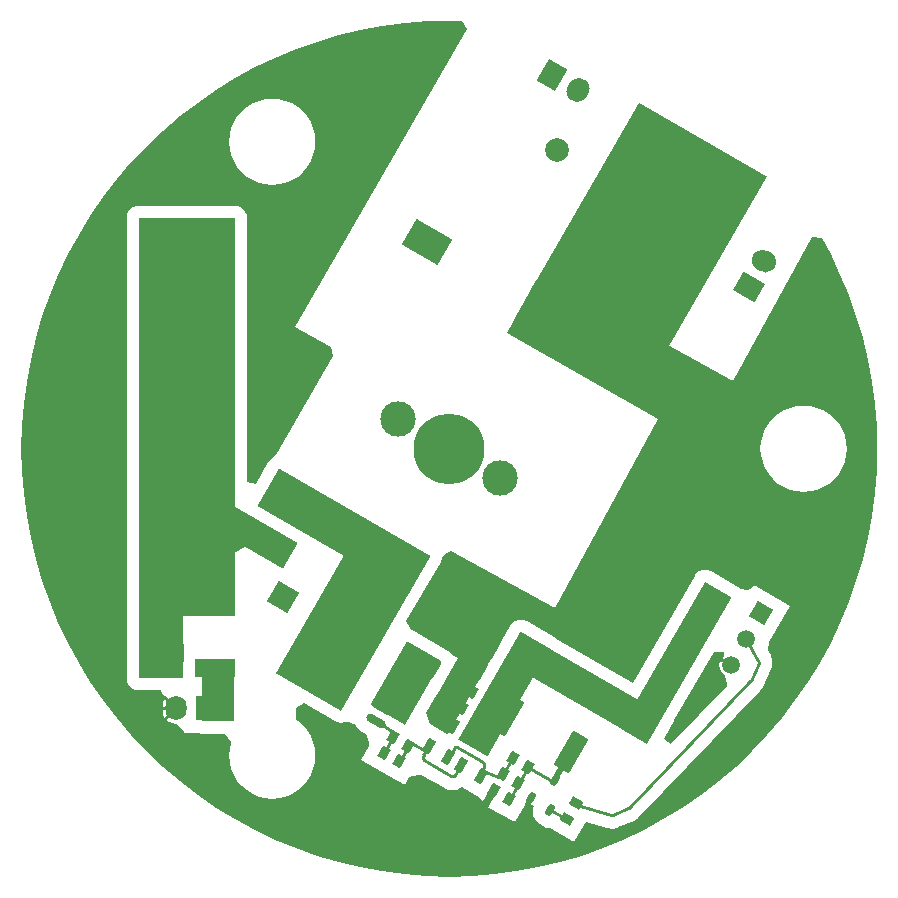
<source format=gbl>
G04*
G04 #@! TF.GenerationSoftware,Altium Limited,Altium Designer,21.1.1 (26)*
G04*
G04 Layer_Physical_Order=2*
G04 Layer_Color=16711680*
%FSLAX25Y25*%
%MOIN*%
G70*
G04*
G04 #@! TF.SameCoordinates,7E344F8E-89F9-4E97-97FE-234FB0D6FCC2*
G04*
G04*
G04 #@! TF.FilePolarity,Positive*
G04*
G01*
G75*
%ADD10C,0.01000*%
G04:AMPARAMS|DCode=21|XSize=29.53mil|YSize=39.37mil|CornerRadius=0mil|HoleSize=0mil|Usage=FLASHONLY|Rotation=150.000|XOffset=0mil|YOffset=0mil|HoleType=Round|Shape=Rectangle|*
%AMROTATEDRECTD21*
4,1,4,0.02263,0.00967,0.00294,-0.02443,-0.02263,-0.00967,-0.00294,0.02443,0.02263,0.00967,0.0*
%
%ADD21ROTATEDRECTD21*%

G04:AMPARAMS|DCode=22|XSize=131.89mil|YSize=59.06mil|CornerRadius=0mil|HoleSize=0mil|Usage=FLASHONLY|Rotation=330.000|XOffset=0mil|YOffset=0mil|HoleType=Round|Shape=Rectangle|*
%AMROTATEDRECTD22*
4,1,4,-0.07187,0.00740,-0.04235,0.05854,0.07187,-0.00740,0.04235,-0.05854,-0.07187,0.00740,0.0*
%
%ADD22ROTATEDRECTD22*%

G04:AMPARAMS|DCode=23|XSize=131.89mil|YSize=59.06mil|CornerRadius=0mil|HoleSize=0mil|Usage=FLASHONLY|Rotation=60.000|XOffset=0mil|YOffset=0mil|HoleType=Round|Shape=Rectangle|*
%AMROTATEDRECTD23*
4,1,4,-0.00740,-0.07187,-0.05854,-0.04235,0.00740,0.07187,0.05854,0.04235,-0.00740,-0.07187,0.0*
%
%ADD23ROTATEDRECTD23*%

G04:AMPARAMS|DCode=24|XSize=92.56mil|YSize=100.43mil|CornerRadius=23.14mil|HoleSize=0mil|Usage=FLASHONLY|Rotation=0.000|XOffset=0mil|YOffset=0mil|HoleType=Round|Shape=RoundedRectangle|*
%AMROUNDEDRECTD24*
21,1,0.09256,0.05415,0,0,0.0*
21,1,0.04628,0.10043,0,0,0.0*
1,1,0.04628,0.02314,-0.02708*
1,1,0.04628,-0.02314,-0.02708*
1,1,0.04628,-0.02314,0.02708*
1,1,0.04628,0.02314,0.02708*
%
%ADD24ROUNDEDRECTD24*%
G04:AMPARAMS|DCode=25|XSize=29.53mil|YSize=39.37mil|CornerRadius=0mil|HoleSize=0mil|Usage=FLASHONLY|Rotation=240.000|XOffset=0mil|YOffset=0mil|HoleType=Round|Shape=Rectangle|*
%AMROTATEDRECTD25*
4,1,4,-0.00967,0.02263,0.02443,0.00294,0.00967,-0.02263,-0.02443,-0.00294,-0.00967,0.02263,0.0*
%
%ADD25ROTATEDRECTD25*%

%ADD27R,0.13189X0.05906*%
%ADD62C,0.02000*%
G04:AMPARAMS|DCode=68|XSize=264.02mil|YSize=94.28mil|CornerRadius=0mil|HoleSize=0mil|Usage=FLASHONLY|Rotation=30.000|XOffset=0mil|YOffset=0mil|HoleType=Round|Shape=Rectangle|*
%AMROTATEDRECTD68*
4,1,4,-0.09075,-0.10683,-0.13789,-0.02518,0.09075,0.10683,0.13789,0.02518,-0.09075,-0.10683,0.0*
%
%ADD68ROTATEDRECTD68*%

%ADD70R,0.15000X0.21500*%
%ADD71R,0.32000X1.33000*%
G04:AMPARAMS|DCode=82|XSize=137.8mil|YSize=98.43mil|CornerRadius=0mil|HoleSize=0mil|Usage=FLASHONLY|Rotation=150.000|XOffset=0mil|YOffset=0mil|HoleType=Round|Shape=Rectangle|*
%AMROTATEDRECTD82*
4,1,4,0.08427,0.00817,0.03506,-0.07707,-0.08427,-0.00817,-0.03506,0.07707,0.08427,0.00817,0.0*
%
%ADD82ROTATEDRECTD82*%

%ADD83P,0.11136X4X195.0*%
%ADD84C,0.23622*%
%ADD85C,0.11811*%
%ADD86C,0.07874*%
%ADD87P,0.08352X4X285.0*%
%ADD88C,0.05906*%
G04:AMPARAMS|DCode=89|XSize=70.87mil|YSize=82.68mil|CornerRadius=0mil|HoleSize=0mil|Usage=FLASHONLY|Rotation=150.000|XOffset=0mil|YOffset=0mil|HoleType=Round|Shape=Round|*
%AMOVALD89*
21,1,0.01181,0.07087,0.00000,0.00000,240.0*
1,1,0.07087,0.00295,0.00511*
1,1,0.07087,-0.00295,-0.00511*
%
%ADD89OVALD89*%

G04:AMPARAMS|DCode=90|XSize=70.87mil|YSize=82.68mil|CornerRadius=0mil|HoleSize=0mil|Usage=FLASHONLY|Rotation=150.000|XOffset=0mil|YOffset=0mil|HoleType=Round|Shape=Rectangle|*
%AMROTATEDRECTD90*
4,1,4,0.05135,0.01808,0.01002,-0.05352,-0.05135,-0.01808,-0.01002,0.05352,0.05135,0.01808,0.0*
%
%ADD90ROTATEDRECTD90*%

G04:AMPARAMS|DCode=91|XSize=70.87mil|YSize=82.68mil|CornerRadius=0mil|HoleSize=0mil|Usage=FLASHONLY|Rotation=60.000|XOffset=0mil|YOffset=0mil|HoleType=Round|Shape=Round|*
%AMOVALD91*
21,1,0.01181,0.07087,0.00000,0.00000,150.0*
1,1,0.07087,0.00511,-0.00295*
1,1,0.07087,-0.00511,0.00295*
%
%ADD91OVALD91*%

G04:AMPARAMS|DCode=92|XSize=70.87mil|YSize=82.68mil|CornerRadius=0mil|HoleSize=0mil|Usage=FLASHONLY|Rotation=60.000|XOffset=0mil|YOffset=0mil|HoleType=Round|Shape=Rectangle|*
%AMROTATEDRECTD92*
4,1,4,0.01808,-0.05135,-0.05352,-0.01002,-0.01808,0.05135,0.05352,0.01002,0.01808,-0.05135,0.0*
%
%ADD92ROTATEDRECTD92*%

%ADD93O,0.07087X0.08268*%
%ADD94R,0.07087X0.08268*%
%ADD95C,0.02362*%
G04:AMPARAMS|DCode=96|XSize=27.56mil|YSize=49.21mil|CornerRadius=0mil|HoleSize=0mil|Usage=FLASHONLY|Rotation=330.000|XOffset=0mil|YOffset=0mil|HoleType=Round|Shape=Rectangle|*
%AMROTATEDRECTD96*
4,1,4,-0.02424,-0.01442,0.00037,0.02820,0.02424,0.01442,-0.00037,-0.02820,-0.02424,-0.01442,0.0*
%
%ADD96ROTATEDRECTD96*%

G04:AMPARAMS|DCode=97|XSize=37.4mil|YSize=57.09mil|CornerRadius=0mil|HoleSize=0mil|Usage=FLASHONLY|Rotation=330.000|XOffset=0mil|YOffset=0mil|HoleType=Round|Shape=Rectangle|*
%AMROTATEDRECTD97*
4,1,4,-0.03047,-0.01537,-0.00192,0.03407,0.03047,0.01537,0.00192,-0.03407,-0.03047,-0.01537,0.0*
%
%ADD97ROTATEDRECTD97*%

G04:AMPARAMS|DCode=98|XSize=23.62mil|YSize=39.37mil|CornerRadius=5.91mil|HoleSize=0mil|Usage=FLASHONLY|Rotation=330.000|XOffset=0mil|YOffset=0mil|HoleType=Round|Shape=RoundedRectangle|*
%AMROUNDEDRECTD98*
21,1,0.02362,0.02756,0,0,330.0*
21,1,0.01181,0.03937,0,0,330.0*
1,1,0.01181,-0.00178,-0.01489*
1,1,0.01181,-0.01200,-0.00898*
1,1,0.01181,0.00178,0.01489*
1,1,0.01181,0.01200,0.00898*
%
%ADD98ROUNDEDRECTD98*%
G04:AMPARAMS|DCode=99|XSize=27.56mil|YSize=70.87mil|CornerRadius=0mil|HoleSize=0mil|Usage=FLASHONLY|Rotation=60.000|XOffset=0mil|YOffset=0mil|HoleType=Round|Shape=Round|*
%AMOVALD99*
21,1,0.04331,0.02756,0.00000,0.00000,150.0*
1,1,0.02756,0.01875,-0.01083*
1,1,0.02756,-0.01875,0.01083*
%
%ADD99OVALD99*%

G04:AMPARAMS|DCode=100|XSize=25mil|YSize=75mil|CornerRadius=0mil|HoleSize=0mil|Usage=FLASHONLY|Rotation=150.000|XOffset=0mil|YOffset=0mil|HoleType=Round|Shape=Rectangle|*
%AMROTATEDRECTD100*
4,1,4,0.02958,0.02623,-0.00793,-0.03873,-0.02958,-0.02623,0.00793,0.03873,0.02958,0.02623,0.0*
%
%ADD100ROTATEDRECTD100*%

%ADD101R,0.11000X0.20500*%
G04:AMPARAMS|DCode=102|XSize=415.33mil|YSize=112.27mil|CornerRadius=0mil|HoleSize=0mil|Usage=FLASHONLY|Rotation=60.000|XOffset=0mil|YOffset=0mil|HoleType=Round|Shape=Rectangle|*
%AMROTATEDRECTD102*
4,1,4,-0.05522,-0.20791,-0.15245,-0.15178,0.05522,0.20791,0.15245,0.15178,-0.05522,-0.20791,0.0*
%
%ADD102ROTATEDRECTD102*%

G04:AMPARAMS|DCode=103|XSize=477.49mil|YSize=111.06mil|CornerRadius=0mil|HoleSize=0mil|Usage=FLASHONLY|Rotation=150.000|XOffset=0mil|YOffset=0mil|HoleType=Round|Shape=Rectangle|*
%AMROTATEDRECTD103*
4,1,4,0.23452,-0.07128,0.17899,-0.16746,-0.23452,0.07128,-0.17899,0.16746,0.23452,-0.07128,0.0*
%
%ADD103ROTATEDRECTD103*%

G04:AMPARAMS|DCode=104|XSize=564.27mil|YSize=101.91mil|CornerRadius=0mil|HoleSize=0mil|Usage=FLASHONLY|Rotation=60.000|XOffset=0mil|YOffset=0mil|HoleType=Round|Shape=Rectangle|*
%AMROTATEDRECTD104*
4,1,4,-0.09694,-0.26981,-0.18520,-0.21886,0.09694,0.26981,0.18520,0.21886,-0.09694,-0.26981,0.0*
%
%ADD104ROTATEDRECTD104*%

G04:AMPARAMS|DCode=105|XSize=264.02mil|YSize=98.61mil|CornerRadius=0mil|HoleSize=0mil|Usage=FLASHONLY|Rotation=150.000|XOffset=0mil|YOffset=0mil|HoleType=Round|Shape=Rectangle|*
%AMROTATEDRECTD105*
4,1,4,0.13898,-0.02330,0.08967,-0.10871,-0.13898,0.02330,-0.08967,0.10871,0.13898,-0.02330,0.0*
%
%ADD105ROTATEDRECTD105*%

G04:AMPARAMS|DCode=106|XSize=583.19mil|YSize=143.92mil|CornerRadius=0mil|HoleSize=0mil|Usage=FLASHONLY|Rotation=150.000|XOffset=0mil|YOffset=0mil|HoleType=Round|Shape=Rectangle|*
%AMROTATEDRECTD106*
4,1,4,0.28851,-0.08348,0.21655,-0.20812,-0.28851,0.08348,-0.21655,0.20812,0.28851,-0.08348,0.0*
%
%ADD106ROTATEDRECTD106*%

G04:AMPARAMS|DCode=107|XSize=593.28mil|YSize=250.53mil|CornerRadius=0mil|HoleSize=0mil|Usage=FLASHONLY|Rotation=60.000|XOffset=0mil|YOffset=0mil|HoleType=Round|Shape=Rectangle|*
%AMROTATEDRECTD107*
4,1,4,-0.03984,-0.31953,-0.25680,-0.19427,0.03984,0.31953,0.25680,0.19427,-0.03984,-0.31953,0.0*
%
%ADD107ROTATEDRECTD107*%

G04:AMPARAMS|DCode=108|XSize=244.63mil|YSize=132.97mil|CornerRadius=0mil|HoleSize=0mil|Usage=FLASHONLY|Rotation=60.000|XOffset=0mil|YOffset=0mil|HoleType=Round|Shape=Rectangle|*
%AMROTATEDRECTD108*
4,1,4,-0.00358,-0.13917,-0.11873,-0.07269,0.00358,0.13917,0.11873,0.07269,-0.00358,-0.13917,0.0*
%
%ADD108ROTATEDRECTD108*%

G04:AMPARAMS|DCode=109|XSize=825.96mil|YSize=491.9mil|CornerRadius=0mil|HoleSize=0mil|Usage=FLASHONLY|Rotation=60.000|XOffset=0mil|YOffset=0mil|HoleType=Round|Shape=Rectangle|*
%AMROTATEDRECTD109*
4,1,4,0.00651,-0.48062,-0.41949,-0.23467,-0.00651,0.48062,0.41949,0.23467,0.00651,-0.48062,0.0*
%
%ADD109ROTATEDRECTD109*%

G36*
X4362Y142523D02*
X5828Y139905D01*
X-51528Y40561D01*
X-39456Y33926D01*
X-38649Y31036D01*
X-57798Y-2130D01*
D01*
X-59732Y-3706D01*
X-60373Y-4541D01*
X-64568Y-11807D01*
X-67466Y-11030D01*
Y77000D01*
X-67603Y78044D01*
X-68006Y79017D01*
X-68647Y79853D01*
X-69483Y80494D01*
X-70456Y80897D01*
X-71500Y81034D01*
X-103500D01*
X-104544Y80897D01*
X-105517Y80494D01*
X-106353Y79853D01*
X-106994Y79017D01*
X-107397Y78044D01*
X-107535Y77000D01*
Y-55000D01*
Y-56000D01*
Y-76500D01*
X-107397Y-77544D01*
X-106994Y-78517D01*
X-106353Y-79353D01*
X-105517Y-79994D01*
X-104544Y-80397D01*
X-103500Y-80534D01*
X-96208D01*
X-95995Y-80765D01*
X-94904Y-83534D01*
X-94969Y-83618D01*
X-95426Y-84723D01*
X-95582Y-85909D01*
Y-86000D01*
X-91000D01*
Y-87000D01*
X-95582D01*
Y-87091D01*
X-95426Y-88277D01*
X-94969Y-89382D01*
X-94240Y-90331D01*
X-93291Y-91059D01*
X-92186Y-91517D01*
X-91000Y-91673D01*
X-88755Y-93785D01*
X-88543Y-94238D01*
Y-94634D01*
X-84180D01*
X-83544Y-94897D01*
X-82500Y-95034D01*
X-74822D01*
X-72780Y-97785D01*
X-72784Y-98035D01*
X-73265Y-100037D01*
X-73442Y-102287D01*
X-73265Y-104538D01*
X-72738Y-106733D01*
X-71874Y-108819D01*
X-70694Y-110744D01*
X-69228Y-112460D01*
X-67511Y-113927D01*
X-65587Y-115106D01*
X-63501Y-115970D01*
X-61306Y-116497D01*
X-59055Y-116674D01*
X-56805Y-116497D01*
X-54609Y-115970D01*
X-52524Y-115106D01*
X-50599Y-113927D01*
X-48882Y-112460D01*
X-47416Y-110744D01*
X-46236Y-108819D01*
X-45372Y-106733D01*
X-44845Y-104538D01*
X-44668Y-102287D01*
X-44845Y-100037D01*
X-45372Y-97842D01*
X-46236Y-95756D01*
X-47416Y-93831D01*
X-48882Y-92114D01*
X-50599Y-90648D01*
X-51000Y-90402D01*
Y-86323D01*
X-48402Y-84823D01*
X-38108Y-90766D01*
X-37135Y-91169D01*
X-36091Y-91307D01*
X-35047Y-91169D01*
X-34698Y-91025D01*
X-33513Y-91039D01*
X-31212Y-92159D01*
X-31125Y-92370D01*
X-30263Y-93494D01*
X-29140Y-94356D01*
X-27910Y-95066D01*
X-26811Y-97671D01*
X-26793Y-99132D01*
X-29447Y-103729D01*
X-19962Y-109205D01*
Y-109205D01*
X-14848Y-112158D01*
X-13363Y-109585D01*
X-13050Y-109283D01*
X-12877Y-109176D01*
X-9349Y-108634D01*
X-1558Y-113179D01*
X-1549Y-113183D01*
X-1541Y-113189D01*
X-1002Y-113412D01*
X-466Y-113637D01*
X-456Y-113638D01*
X-446Y-113643D01*
X132Y-113719D01*
X708Y-113797D01*
X718Y-113796D01*
X728Y-113797D01*
X1413D01*
X2588Y-113643D01*
X3682Y-113189D01*
X4062Y-112898D01*
X10358Y-116533D01*
X12326Y-119124D01*
X13391Y-119738D01*
X21812Y-124600D01*
X24812Y-119403D01*
X24813Y-119403D01*
X25695Y-117877D01*
X28391Y-119207D01*
X28045Y-120041D01*
X27887Y-121240D01*
X28045Y-122438D01*
X28508Y-123555D01*
X29244Y-124514D01*
X30202Y-125249D01*
X31225Y-125840D01*
X32342Y-126303D01*
X33540Y-126460D01*
X33572Y-126456D01*
X41547Y-131060D01*
X45442Y-124313D01*
X52714Y-126437D01*
X52714Y-126437D01*
X52852Y-126477D01*
X52902Y-126485D01*
X52949Y-126505D01*
X53487Y-126575D01*
X54023Y-126658D01*
X54074Y-126653D01*
X54124Y-126659D01*
X54479D01*
X54831Y-126613D01*
X55186Y-126604D01*
X55416Y-126536D01*
X55654Y-126505D01*
X55982Y-126369D01*
X56323Y-126268D01*
X61555Y-123943D01*
X61759Y-123818D01*
X61981Y-123726D01*
X62262Y-123510D01*
X62565Y-123324D01*
X62730Y-123150D01*
X62921Y-123004D01*
X63059Y-122866D01*
X63087Y-122829D01*
X63123Y-122800D01*
X63130Y-122793D01*
X63131Y-122793D01*
X63131Y-122792D01*
X103602Y-80635D01*
X103719Y-80514D01*
X103814Y-80384D01*
X103933Y-80274D01*
X104164Y-79908D01*
X104421Y-79559D01*
X104479Y-79409D01*
X104566Y-79272D01*
X107252Y-73451D01*
X107367Y-73081D01*
X107516Y-72724D01*
X107543Y-72518D01*
X107604Y-72319D01*
X107620Y-71933D01*
X107670Y-71549D01*
Y-71074D01*
X107600Y-70541D01*
X107543Y-70006D01*
X107523Y-69954D01*
X107516Y-69899D01*
X107310Y-69403D01*
X107116Y-68901D01*
X106121Y-67077D01*
X106545Y-64337D01*
X106545Y-64337D01*
X113498Y-52295D01*
X101455Y-45342D01*
X100577Y-46864D01*
X99313Y-47095D01*
X97122Y-46848D01*
X96917Y-46581D01*
X96082Y-45940D01*
X96082Y-45940D01*
X87256Y-40844D01*
X86283Y-40441D01*
X85239Y-40304D01*
X84194Y-40441D01*
X83221Y-40844D01*
X82386Y-41485D01*
X81745Y-42321D01*
X61124Y-78037D01*
X36353Y-63736D01*
X35568Y-63133D01*
X35568Y-63133D01*
X25845Y-57520D01*
X24872Y-57117D01*
X23828Y-56979D01*
X22784Y-57117D01*
X21811Y-57520D01*
X20975Y-58161D01*
X20334Y-58997D01*
X-433Y-94965D01*
X-888Y-95120D01*
X-6418Y-91927D01*
X-7692Y-88134D01*
X-4090Y-81894D01*
X-3953Y-81973D01*
X3000Y-69931D01*
X941Y-68742D01*
X433Y-68080D01*
X-403Y-67439D01*
X-403Y-67439D01*
X-11918Y-60791D01*
X-12532Y-60536D01*
X-13128Y-59904D01*
X-14277Y-57559D01*
X-2933Y-37910D01*
X-2530Y-36937D01*
X-2521Y-36872D01*
X-2476Y-36762D01*
X-2378Y-36013D01*
X-1395Y-35168D01*
X404Y-34119D01*
X35081Y-53178D01*
X69599Y9854D01*
X19212Y38432D01*
X29030Y56359D01*
X31910Y57198D01*
X94671Y22704D01*
X120829Y70470D01*
X124118Y70230D01*
X127090Y64756D01*
X130305Y58016D01*
X133163Y51116D01*
X135655Y44077D01*
X137776Y36917D01*
X139520Y29656D01*
X140881Y22313D01*
X141855Y14910D01*
X142441Y7465D01*
X142637Y0D01*
X142441Y-7465D01*
X141855Y-14910D01*
X140881Y-22313D01*
X139520Y-29656D01*
X137776Y-36917D01*
X135655Y-44077D01*
X133163Y-51116D01*
X130305Y-58016D01*
X127090Y-64756D01*
X123527Y-71318D01*
X119625Y-77685D01*
X115395Y-83840D01*
X110849Y-89764D01*
X106000Y-95443D01*
X100859Y-100859D01*
X95443Y-106000D01*
X89764Y-110849D01*
X83840Y-115395D01*
X77685Y-119625D01*
X71318Y-123527D01*
X64756Y-127090D01*
X58016Y-130305D01*
X51116Y-133163D01*
X44077Y-135655D01*
X36917Y-137776D01*
X29656Y-139520D01*
X22313Y-140881D01*
X14910Y-141855D01*
X7465Y-142441D01*
X0Y-142637D01*
X-7465Y-142441D01*
X-14910Y-141855D01*
X-22313Y-140881D01*
X-29656Y-139520D01*
X-36917Y-137776D01*
X-44077Y-135655D01*
X-51116Y-133163D01*
X-58016Y-130305D01*
X-64756Y-127090D01*
X-71318Y-123527D01*
X-77685Y-119625D01*
X-83840Y-115395D01*
X-89764Y-110849D01*
X-95443Y-106000D01*
X-100859Y-100859D01*
X-106000Y-95443D01*
X-110849Y-89764D01*
X-115395Y-83840D01*
X-119625Y-77685D01*
X-123527Y-71318D01*
X-127090Y-64756D01*
X-130305Y-58016D01*
X-133163Y-51116D01*
X-135655Y-44077D01*
X-137776Y-36917D01*
X-139520Y-29656D01*
X-140881Y-22313D01*
X-141855Y-14910D01*
X-142441Y-7465D01*
X-142637Y0D01*
X-142441Y7465D01*
X-141855Y14910D01*
X-140881Y22313D01*
X-139520Y29656D01*
X-137776Y36917D01*
X-135655Y44077D01*
X-133163Y51116D01*
X-130305Y58016D01*
X-127090Y64756D01*
X-123527Y71318D01*
X-119625Y77685D01*
X-115395Y83840D01*
X-110849Y89764D01*
X-106000Y95443D01*
X-100859Y100859D01*
X-95443Y106000D01*
X-89764Y110849D01*
X-83840Y115395D01*
X-77685Y119625D01*
X-71318Y123527D01*
X-64756Y127090D01*
X-58016Y130305D01*
X-51116Y133163D01*
X-44077Y135655D01*
X-36917Y137776D01*
X-29656Y139520D01*
X-22313Y140881D01*
X-14910Y141855D01*
X-7465Y142441D01*
X0Y142637D01*
X4362Y142523D01*
D02*
G37*
G36*
X91537Y-67880D02*
X91651Y-68081D01*
X91641Y-68988D01*
X91181Y-69341D01*
X90854Y-69767D01*
X94250Y-71727D01*
X93750Y-72593D01*
X90354Y-70633D01*
X90149Y-71128D01*
X90013Y-72160D01*
X90149Y-73192D01*
X90547Y-74154D01*
X91181Y-74979D01*
X91819Y-75469D01*
X92039Y-75743D01*
X92682Y-78322D01*
X92599Y-78989D01*
X73873Y-98495D01*
X71457Y-96680D01*
X74929Y-90666D01*
X74957Y-90597D01*
X88071Y-67883D01*
X88094Y-67866D01*
X91537Y-67880D01*
D02*
G37*
%LPC*%
G36*
X-59055Y116674D02*
X-61306Y116497D01*
X-63501Y115970D01*
X-65587Y115106D01*
X-67511Y113927D01*
X-69228Y112460D01*
X-70694Y110744D01*
X-71874Y108819D01*
X-72738Y106733D01*
X-73265Y104538D01*
X-73442Y102287D01*
X-73265Y100037D01*
X-72738Y97842D01*
X-71874Y95756D01*
X-70694Y93831D01*
X-69228Y92114D01*
X-67511Y90648D01*
X-65587Y89469D01*
X-63501Y88605D01*
X-61306Y88078D01*
X-59055Y87901D01*
X-56805Y88078D01*
X-54609Y88605D01*
X-52524Y89469D01*
X-50599Y90648D01*
X-48882Y92114D01*
X-47416Y93831D01*
X-46236Y95756D01*
X-45372Y97842D01*
X-44845Y100037D01*
X-44668Y102287D01*
X-44845Y104538D01*
X-45372Y106733D01*
X-46236Y108819D01*
X-47416Y110744D01*
X-48882Y112460D01*
X-50599Y113927D01*
X-52524Y115106D01*
X-54609Y115970D01*
X-56805Y116497D01*
X-59055Y116674D01*
D02*
G37*
G36*
X45811Y45128D02*
X43100Y40433D01*
X49500Y36738D01*
X52211Y41433D01*
X45811Y45128D01*
D02*
G37*
G36*
X53077Y40933D02*
X50366Y36238D01*
X56766Y32543D01*
X59476Y37238D01*
X53077Y40933D01*
D02*
G37*
G36*
X42600Y39567D02*
X39890Y34872D01*
X46289Y31177D01*
X49000Y35872D01*
X42600Y39567D01*
D02*
G37*
G36*
X49866Y35372D02*
X47155Y30677D01*
X53555Y26982D01*
X56266Y31677D01*
X49866Y35372D01*
D02*
G37*
G36*
X118110Y14387D02*
X115860Y14210D01*
X113664Y13683D01*
X111579Y12819D01*
X109654Y11639D01*
X107937Y10173D01*
X106471Y8456D01*
X105291Y6532D01*
X104428Y4446D01*
X103901Y2251D01*
X103723Y0D01*
X103901Y-2251D01*
X104428Y-4446D01*
X105291Y-6532D01*
X106471Y-8456D01*
X107937Y-10173D01*
X109654Y-11639D01*
X111579Y-12819D01*
X113664Y-13683D01*
X115860Y-14210D01*
X118110Y-14387D01*
X120361Y-14210D01*
X122556Y-13683D01*
X124642Y-12819D01*
X126567Y-11639D01*
X128283Y-10173D01*
X129750Y-8456D01*
X130929Y-6532D01*
X131793Y-4446D01*
X132320Y-2251D01*
X132497Y0D01*
X132320Y2251D01*
X131793Y4446D01*
X130929Y6532D01*
X129750Y8456D01*
X128283Y10173D01*
X126567Y11639D01*
X124642Y12819D01*
X122556Y13683D01*
X120361Y14210D01*
X118110Y14387D01*
D02*
G37*
%LPD*%
D10*
X-96511Y-81859D02*
G03*
X-97547Y-81773I-589J-808D01*
G01*
X-8450Y-101913D02*
G03*
X-8533Y-102100I867J-499D01*
G01*
X11689Y-106120D02*
G03*
X11225Y-104603I-1033J514D01*
G01*
X10515Y-108479D02*
X11689Y-106120D01*
X10449Y-109124D02*
X10449Y-109123D01*
X10449Y-109125D02*
X10449Y-109124D01*
X10449Y-109123D02*
X12188Y-107865D01*
X10448Y-109124D02*
X10449Y-109123D01*
X12188Y-107865D02*
X16361Y-109327D01*
X17941Y-108543D01*
X18697Y-107285D02*
X20313Y-104486D01*
X21120Y-103256D01*
X17941Y-108543D02*
X18697Y-107285D01*
X-91000Y-87090D02*
Y-86500D01*
X-99500Y-93500D02*
X-91000Y-87090D01*
X-96511Y-81859D02*
X-96507Y-81862D01*
X-98000Y-82000D02*
X-97547Y-81773D01*
X-96507Y-81862D02*
X-91000Y-85909D01*
Y-86500D02*
Y-85909D01*
X75545Y-76455D02*
Y-66955D01*
X59500Y-92500D02*
X75545Y-76455D01*
Y-66955D02*
X92000Y-50500D01*
X99000Y-63500D02*
X103009Y-70850D01*
X100444Y-77370D02*
X103131Y-71549D01*
X103009Y-70850D02*
X103131Y-71074D01*
X100328Y-77491D02*
X100444Y-77370D01*
X59857Y-119649D02*
X100328Y-77491D01*
X103131Y-71549D02*
Y-71074D01*
X53987Y-122080D02*
X54124Y-122120D01*
X54479D02*
X59711Y-119795D01*
X59850Y-119656D01*
X59857Y-119649D01*
X42469Y-118717D02*
X53987Y-122080D01*
X54124Y-122120D02*
X54479D01*
X42187Y-118434D02*
X42469Y-118717D01*
X42118Y-118309D02*
X42187Y-118434D01*
X42069Y-118219D02*
X42118Y-118309D01*
X-24552Y-90741D02*
X-22677Y-91823D01*
X-18832Y-94342D01*
X-18721Y-96102D01*
X-21721Y-101298D02*
X-20986Y-100027D01*
X-19455Y-97374D01*
X-18721Y-96102D01*
X-14341Y-100327D02*
X-13606Y-99055D01*
X-15872Y-102979D02*
X-14341Y-100327D01*
X-16606Y-104251D02*
X-15872Y-102979D01*
X-12088Y-98378D02*
X-8596Y-100394D01*
X-6855Y-99135D01*
X-13606Y-99055D02*
X-12088Y-98378D01*
X1413Y-109258D02*
X1799Y-108872D01*
X2891Y-106986D02*
X3971Y-105385D01*
X728Y-109258D02*
X1413D01*
X-8433Y-103914D02*
X728Y-109258D01*
X1799Y-108872D02*
X1865Y-108758D01*
X2871Y-107015D01*
X2891Y-106986D01*
X-8818Y-103530D02*
X-8433Y-103914D01*
X-8818Y-103530D02*
Y-102953D01*
X-8766Y-102799D02*
X-8533Y-102100D01*
X-8818Y-102953D02*
X-8766Y-102799D01*
X-8450Y-101913D02*
X-8449Y-101912D01*
X-7829Y-100837D01*
X-6855Y-99135D01*
X1929Y-99539D02*
X2616D01*
X1543Y-99925D02*
X1929Y-99539D01*
X2616D02*
X11225Y-104603D01*
X766Y-101271D02*
X1478Y-100039D01*
X1543Y-99925D01*
X-377Y-102875D02*
X766Y-101271D01*
X10449Y-109125D02*
X10472Y-110841D01*
X23066Y-111503D02*
X25418Y-107430D01*
X20801Y-115427D02*
X23066Y-111503D01*
X25418Y-107430D02*
X26236Y-106207D01*
X27128Y-106613D02*
X34265Y-110733D01*
X35203Y-110289D01*
X26236Y-106207D02*
X27128Y-106613D01*
X33718Y-120342D02*
X34235Y-120628D01*
X37795Y-122684D02*
X39116Y-123334D01*
X34235Y-120628D02*
X37795Y-122684D01*
D21*
X17941Y-108543D02*
D03*
X23055Y-111496D02*
D03*
X-21721Y-101298D02*
D03*
X-16606Y-104251D02*
D03*
X20053Y-116693D02*
D03*
X14939Y-113740D02*
D03*
X12608Y-83905D02*
D03*
X7494Y-80952D02*
D03*
X26234Y-106209D02*
D03*
X21120Y-103256D02*
D03*
X-13606Y-99055D02*
D03*
X-18721Y-96102D02*
D03*
X4203Y-86558D02*
D03*
X9317Y-89511D02*
D03*
D22*
X2651Y-49345D02*
D03*
X-9652Y-70655D02*
D03*
D23*
X40516Y-101173D02*
D03*
X19207Y-88869D02*
D03*
D24*
X-55591Y22750D02*
D03*
X-80000D02*
D03*
X-55591Y45500D02*
D03*
X-80000D02*
D03*
X-55591Y68250D02*
D03*
X-80000D02*
D03*
X-117500Y-68250D02*
D03*
X-93090D02*
D03*
X-117500Y-45500D02*
D03*
X-93090D02*
D03*
X-117500Y-22750D02*
D03*
X-93090D02*
D03*
X-117500Y0D02*
D03*
X-93090D02*
D03*
X-117500Y22750D02*
D03*
X-93090D02*
D03*
X-117500Y45500D02*
D03*
X-93090D02*
D03*
X-117500Y68250D02*
D03*
X-93090D02*
D03*
D25*
X42069Y-118219D02*
D03*
X39116Y-123334D02*
D03*
D27*
X-78000Y-48394D02*
D03*
X-78000Y-73000D02*
D03*
D62*
X35203Y-110289D02*
X35705Y-109460D01*
X37699Y-106006D01*
X40516Y-101173D01*
D68*
X-78820Y-33421D02*
D03*
D70*
X-96000Y-65750D02*
D03*
D71*
X-87500Y10500D02*
D03*
D82*
X49683Y36055D02*
D03*
X-7301Y68955D02*
D03*
D83*
X-57196Y-17465D02*
D03*
X-57173Y-33425D02*
D03*
X-55346Y-49492D02*
D03*
D84*
X0Y0D02*
D03*
D85*
X-17048Y9843D02*
D03*
X17048Y-9843D02*
D03*
D86*
X35840Y99501D02*
D03*
X53160Y89499D02*
D03*
D87*
X104000Y-54840D02*
D03*
D88*
X99000Y-63500D02*
D03*
X94000Y-72160D02*
D03*
D89*
X68000Y105500D02*
D03*
X43000Y119500D02*
D03*
D90*
X76660Y100500D02*
D03*
X34340Y124500D02*
D03*
D91*
X105000Y62500D02*
D03*
D92*
X100000Y53840D02*
D03*
D93*
X-91000Y-86500D02*
D03*
D94*
X-81000Y-86500D02*
D03*
D95*
X96614Y16849D02*
D03*
X100944Y14349D02*
D03*
X98886Y20786D02*
D03*
X103216Y18286D02*
D03*
X101159Y24722D02*
D03*
X105489Y22222D02*
D03*
X103432Y28659D02*
D03*
X107762Y26159D02*
D03*
X105704Y32595D02*
D03*
X110035Y30095D02*
D03*
X107977Y36532D02*
D03*
X112307Y34032D02*
D03*
X110250Y40468D02*
D03*
X114580Y37968D02*
D03*
X112523Y44405D02*
D03*
X116853Y41905D02*
D03*
X114795Y48341D02*
D03*
X119125Y45841D02*
D03*
X117068Y52278D02*
D03*
X121398Y49778D02*
D03*
X119341Y56214D02*
D03*
X123671Y53714D02*
D03*
X125944Y57651D02*
D03*
X121614Y60150D02*
D03*
X128000Y-51199D02*
D03*
X123454Y-59072D02*
D03*
X125727Y-55135D02*
D03*
X123670Y-48699D02*
D03*
X98670Y-92000D02*
D03*
X103000Y-94500D02*
D03*
X100943Y-88064D02*
D03*
X105273Y-90563D02*
D03*
X103215Y-84127D02*
D03*
X107545Y-86627D02*
D03*
X105488Y-80190D02*
D03*
X109818Y-82691D02*
D03*
X118909Y-66945D02*
D03*
X116852Y-60508D02*
D03*
X121182Y-63008D02*
D03*
X119124Y-56572D02*
D03*
X121397Y-52635D02*
D03*
X112091Y-78754D02*
D03*
X92000Y-50500D02*
D03*
X107761Y-76254D02*
D03*
X110034Y-72318D02*
D03*
X114364Y-74818D02*
D03*
X112306Y-68381D02*
D03*
X116636Y-70881D02*
D03*
X114579Y-64445D02*
D03*
X5801Y-134670D02*
D03*
X3301Y-139000D02*
D03*
X-635Y-136727D02*
D03*
X1865Y-132397D02*
D03*
X-4572Y-134455D02*
D03*
X-2072Y-130124D02*
D03*
X-8508Y-132182D02*
D03*
X-6008Y-127852D02*
D03*
X-12445Y-129909D02*
D03*
X-9945Y-125579D02*
D03*
X-16381Y-127636D02*
D03*
X-13881Y-123306D02*
D03*
X-20318Y-125364D02*
D03*
X-17818Y-121034D02*
D03*
X-24254Y-123091D02*
D03*
X-21754Y-118761D02*
D03*
X-28191Y-120818D02*
D03*
X-25691Y-116488D02*
D03*
X-32127Y-118545D02*
D03*
X-29627Y-114215D02*
D03*
X-36064Y-116273D02*
D03*
X-33564Y-111943D02*
D03*
X-40000Y-114000D02*
D03*
X-37500Y-109670D02*
D03*
X-35670Y81199D02*
D03*
X-40000Y83699D02*
D03*
X-37727Y87635D02*
D03*
X-33397Y85135D02*
D03*
X-35454Y91572D02*
D03*
X-31124Y89072D02*
D03*
X-33182Y95508D02*
D03*
X-28852Y93008D02*
D03*
X-30909Y99445D02*
D03*
X-26579Y96945D02*
D03*
X-28636Y103381D02*
D03*
X-24306Y100881D02*
D03*
X-26364Y107318D02*
D03*
X-22034Y104818D02*
D03*
X-24091Y111254D02*
D03*
X-19761Y108754D02*
D03*
X-21818Y115191D02*
D03*
X-17488Y112691D02*
D03*
X-19545Y119127D02*
D03*
X-15215Y116627D02*
D03*
X-17273Y123064D02*
D03*
X-12943Y120563D02*
D03*
X-15000Y127000D02*
D03*
X-10670Y124500D02*
D03*
X-134000Y26500D02*
D03*
X-129000D02*
D03*
Y21955D02*
D03*
X-134000D02*
D03*
X-129000Y17409D02*
D03*
X-134000D02*
D03*
X-129000Y12864D02*
D03*
X-134000D02*
D03*
X-129000Y8318D02*
D03*
X-134000D02*
D03*
X-129000Y3773D02*
D03*
X-134000D02*
D03*
X-129000Y-773D02*
D03*
X-134000D02*
D03*
X-129000Y-5318D02*
D03*
X-134000D02*
D03*
X-129000Y-9864D02*
D03*
X-134000D02*
D03*
X-129000Y-14409D02*
D03*
X-134000D02*
D03*
X-129000Y-18955D02*
D03*
X-134000D02*
D03*
X-129000Y-23500D02*
D03*
X-134000D02*
D03*
X-84000Y-40000D02*
D03*
X-79000D02*
D03*
X-74000D02*
D03*
X-84000Y-35455D02*
D03*
X-79000D02*
D03*
X-74000D02*
D03*
X-84000Y-30909D02*
D03*
X-79000D02*
D03*
X-74000D02*
D03*
X-84000Y-26364D02*
D03*
X-79000D02*
D03*
X-74000D02*
D03*
X-84000Y-21818D02*
D03*
X-79000D02*
D03*
X-74000D02*
D03*
X-84000Y-17273D02*
D03*
X-79000D02*
D03*
X-74000D02*
D03*
X-84000Y-12727D02*
D03*
X-79000D02*
D03*
X-74000D02*
D03*
X-84000Y-8182D02*
D03*
X-79000D02*
D03*
X-74000D02*
D03*
X-84000Y-3636D02*
D03*
X-79000D02*
D03*
X-74000D02*
D03*
X-84000Y909D02*
D03*
X-79000D02*
D03*
X-74000D02*
D03*
X-84000Y5455D02*
D03*
X-79000D02*
D03*
X-74000D02*
D03*
Y10000D02*
D03*
X-79000D02*
D03*
X-84000D02*
D03*
X87500Y-78000D02*
D03*
X84000Y-82500D02*
D03*
X80500Y-87000D02*
D03*
X76000Y-93000D02*
D03*
X65500Y-95500D02*
D03*
X59500Y-92500D02*
D03*
X62500Y-94000D02*
D03*
X88500Y-48500D02*
D03*
X85500Y-46500D02*
D03*
X68000Y-30131D02*
D03*
D96*
X1307Y-92482D02*
D03*
X-6853Y-99136D02*
D03*
X-375Y-102876D02*
D03*
X12130Y-98730D02*
D03*
X3970Y-105384D02*
D03*
X10448Y-109124D02*
D03*
D97*
X14003Y-66812D02*
D03*
X20651Y-70651D02*
D03*
X10003Y-73741D02*
D03*
X16651Y-77579D02*
D03*
D98*
X33718Y-120342D02*
D03*
X27240Y-116601D02*
D03*
X35203Y-110289D02*
D03*
D99*
X-17052Y-77750D02*
D03*
X-19552Y-82081D02*
D03*
X-22052Y-86411D02*
D03*
X-24552Y-90741D02*
D03*
X-34782Y-67514D02*
D03*
X-37282Y-71844D02*
D03*
X-39782Y-76174D02*
D03*
X-42282Y-80505D02*
D03*
D100*
X12792Y-117127D02*
D03*
D101*
X-77000Y-80750D02*
D03*
D102*
X18306Y-81805D02*
D03*
D103*
X47982Y-81521D02*
D03*
D104*
X75545Y-71319D02*
D03*
D105*
X-64601Y-29192D02*
D03*
D106*
X-35224Y-27371D02*
D03*
D107*
X-32107Y-55319D02*
D03*
D108*
X-14293Y-78202D02*
D03*
D109*
X63818Y67368D02*
D03*
M02*

</source>
